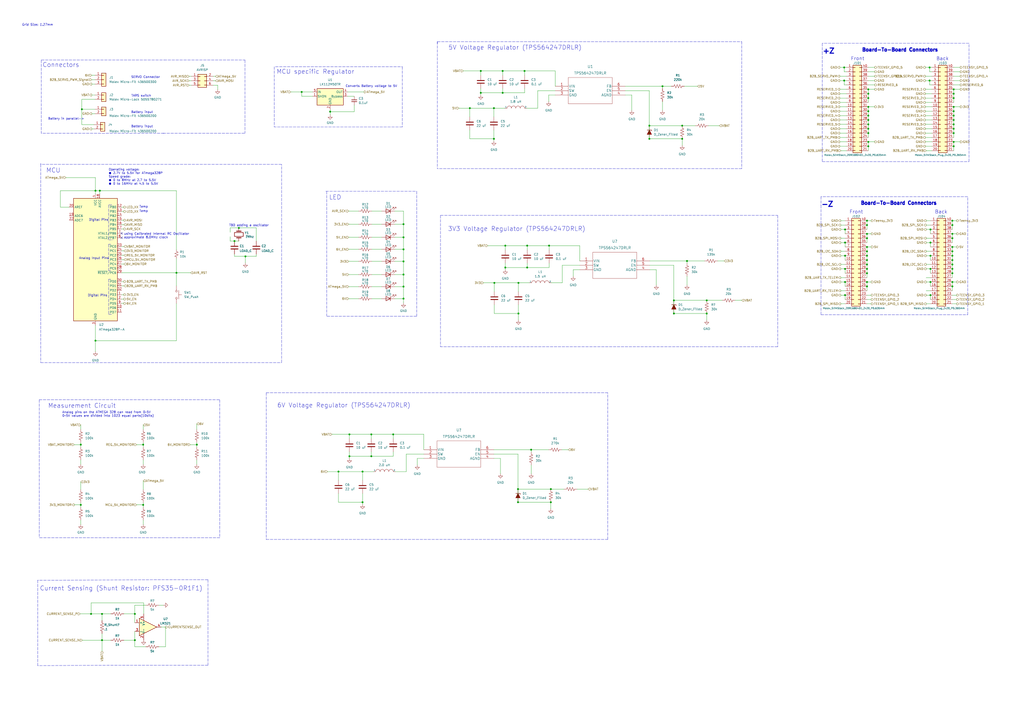
<source format=kicad_sch>
(kicad_sch (version 20211123) (generator eeschema)
  (paper "A2")
  (title_block (title "TARS MK4 Template") (rev "4.0") (company "Illinois Space Society") (comment 4 "Contributors: Peter Giannetos, Eisha Peyyeti, Danny Guller, Rishi Patel, Spencer Siegellak, David Zhang"))
  (junction (at 502.92 150.876))
  (junction (at 202.692 251.968))
  (junction (at 552.45 163.576))
  (junction (at 503.682 67.056))
  (junction (at 390.906 174.244))
  (junction (at 83.058 292.862))
  (junction (at 228.092 251.968))
  (junction (at 138.557 132.207))
  (junction (at 59.182 371.348))
  (junction (at 502.92 153.416))
  (junction (at 409.956 174.244))
  (junction (at 503.682 82.296))
  (junction (at 136.017 139.827))
  (junction (at 553.212 54.356))
  (junction (at 376.682 72.898))
  (junction (at 539.75 155.956))
  (junction (at 286.512 80.518))
  (junction (at 503.682 64.516))
  (junction (at 215.392 264.668))
  (junction (at 552.45 143.256))
  (junction (at 502.92 155.956))
  (junction (at 553.212 72.136))
  (junction (at 552.45 128.016))
  (junction (at 502.92 145.796))
  (junction (at 490.22 148.336))
  (junction (at 490.22 171.196))
  (junction (at 376.682 80.518))
  (junction (at 286.766 164.084))
  (junction (at 553.212 84.836))
  (junction (at 300.482 283.718))
  (junction (at 300.736 164.084))
  (junction (at 502.92 135.636))
  (junction (at 234.061 151.638))
  (junction (at 409.956 181.864))
  (junction (at 234.061 137.668))
  (junction (at 503.682 56.896))
  (junction (at 553.212 77.216))
  (junction (at 234.061 130.048))
  (junction (at 278.892 41.148))
  (junction (at 286.512 62.738))
  (junction (at 114.173 257.937))
  (junction (at 539.242 46.736))
  (junction (at 503.682 61.976))
  (junction (at 293.116 155.194))
  (junction (at 503.682 77.216))
  (junction (at 553.212 82.296))
  (junction (at 305.816 155.194))
  (junction (at 46.863 292.862))
  (junction (at 503.682 84.836))
  (junction (at 234.061 166.243))
  (junction (at 319.532 291.338))
  (junction (at 553.212 51.816))
  (junction (at 210.312 291.338))
  (junction (at 78.232 356.108))
  (junction (at 553.212 74.676))
  (junction (at 390.906 181.864))
  (junction (at 539.75 163.576))
  (junction (at 502.92 166.116))
  (junction (at 552.45 148.336))
  (junction (at 59.182 356.108))
  (junction (at 215.392 251.968))
  (junction (at 503.682 72.136))
  (junction (at 384.302 50.038))
  (junction (at 553.212 61.976))
  (junction (at 490.22 155.956))
  (junction (at 503.682 69.596))
  (junction (at 552.45 145.796))
  (junction (at 55.372 197.612))
  (junction (at 318.516 142.494))
  (junction (at 57.912 110.617))
  (junction (at 553.212 67.056))
  (junction (at 300.482 291.338))
  (junction (at 489.712 39.116))
  (junction (at 83.058 257.937))
  (junction (at 291.592 53.848))
  (junction (at 293.116 142.494))
  (junction (at 503.682 54.356))
  (junction (at 395.732 80.518))
  (junction (at 552.45 155.956))
  (junction (at 78.232 371.348))
  (junction (at 503.682 74.676))
  (junction (at 503.682 51.816))
  (junction (at 552.45 135.636))
  (junction (at 552.45 130.556))
  (junction (at 552.45 166.116))
  (junction (at 102.362 158.242))
  (junction (at 553.212 56.896))
  (junction (at 490.22 163.576))
  (junction (at 196.342 273.558))
  (junction (at 502.92 128.016))
  (junction (at 234.061 159.258))
  (junction (at 304.292 41.148))
  (junction (at 398.526 151.384))
  (junction (at 46.863 257.937))
  (junction (at 278.892 53.848))
  (junction (at 552.45 138.176))
  (junction (at 552.45 150.876))
  (junction (at 490.22 133.096))
  (junction (at 234.061 144.653))
  (junction (at 539.242 39.116))
  (junction (at 552.45 153.416))
  (junction (at 502.92 143.256))
  (junction (at 552.45 158.496))
  (junction (at 539.75 148.336))
  (junction (at 210.312 273.558))
  (junction (at 291.592 41.148))
  (junction (at 202.692 264.668))
  (junction (at 234.061 173.228))
  (junction (at 47.498 63.373))
  (junction (at 191.516 64.77))
  (junction (at 489.712 46.736))
  (junction (at 502.92 130.556))
  (junction (at 319.532 283.718))
  (junction (at 308.102 260.858))
  (junction (at 272.542 62.738))
  (junction (at 490.22 140.716))
  (junction (at 142.367 148.717))
  (junction (at 539.75 140.716))
  (junction (at 52.832 356.108))
  (junction (at 395.732 72.898))
  (junction (at 305.816 142.494))
  (junction (at 175.006 53.34))
  (junction (at 553.212 69.596))
  (junction (at 539.75 133.096))
  (junction (at 539.75 171.196))
  (junction (at 55.372 110.617))
  (junction (at 300.736 181.864))
  (junction (at 502.92 158.496))
  (junction (at 502.92 148.336))
  (junction (at 502.92 163.576))
  (junction (at 553.212 64.516))
  (junction (at 502.92 138.176))
  (no_connect (at 70.612 135.382))
  (no_connect (at 70.612 137.922))
  (wire (pts (xy 293.116 145.034) (xy 293.116 142.494)))
  (wire (pts (xy 280.416 164.084) (xy 286.766 164.084)))
  (wire (pts (xy 228.981 166.243) (xy 234.061 166.243)))
  (wire (pts (xy 136.017 148.717) (xy 142.367 148.717)))
  (wire (pts (xy 322.072 50.038) (xy 322.072 41.148)))
  (wire (pts (xy 110.363 257.937) (xy 114.173 257.937)))
  (wire (pts (xy 300.736 181.864) (xy 300.736 185.674)))
  (wire (pts (xy 71.882 130.302) (xy 70.612 130.302)))
  (wire (pts (xy 55.118 63.373) (xy 47.498 63.373)))
  (wire (pts (xy 53.213 65.913) (xy 55.118 65.913)))
  (wire (pts (xy 502.92 163.576) (xy 502.92 166.116)))
  (wire (pts (xy 272.542 62.738) (xy 286.512 62.738)))
  (wire (pts (xy 487.68 161.036) (xy 490.22 161.036)))
  (wire (pts (xy 202.692 264.668) (xy 202.692 265.938)))
  (wire (pts (xy 502.92 143.256) (xy 505.46 143.256)))
  (wire (pts (xy 502.92 176.276) (xy 505.46 176.276)))
  (wire (pts (xy 148.717 148.717) (xy 142.367 148.717)))
  (wire (pts (xy 553.212 49.276) (xy 557.022 49.276)))
  (wire (pts (xy 228.981 122.428) (xy 234.061 122.428)))
  (wire (pts (xy 539.75 171.196) (xy 539.75 173.736)))
  (wire (pts (xy 53.213 43.688) (xy 55.118 43.688)))
  (wire (pts (xy 537.21 161.036) (xy 539.75 161.036)))
  (wire (pts (xy 304.292 51.308) (xy 304.292 53.848)))
  (wire (pts (xy 83.058 291.592) (xy 83.058 292.862)))
  (wire (pts (xy 215.646 137.668) (xy 221.361 137.668)))
  (wire (pts (xy 215.646 144.653) (xy 221.361 144.653)))
  (wire (pts (xy 539.75 163.576) (xy 539.75 166.116)))
  (wire (pts (xy 293.116 155.194) (xy 305.816 155.194)))
  (polyline (pts (xy 477.012 25.146) (xy 477.012 30.226)))
  (wire (pts (xy 490.22 133.096) (xy 490.22 135.636)))
  (wire (pts (xy 71.882 356.108) (xy 78.232 356.108)))
  (wire (pts (xy 300.482 291.338) (xy 319.532 291.338)))
  (wire (pts (xy 536.702 79.756) (xy 540.512 79.756)))
  (wire (pts (xy 245.872 251.968) (xy 228.092 251.968)))
  (wire (pts (xy 376.936 153.924) (xy 390.906 153.924)))
  (wire (pts (xy 123.698 44.323) (xy 124.968 44.323)))
  (wire (pts (xy 70.612 153.162) (xy 71.882 153.162)))
  (wire (pts (xy 490.22 163.576) (xy 490.22 166.116)))
  (wire (pts (xy 102.362 176.022) (xy 102.362 197.612)))
  (wire (pts (xy 234.061 144.653) (xy 234.061 137.668)))
  (wire (pts (xy 537.21 133.096) (xy 539.75 133.096)))
  (polyline (pts (xy 561.34 182.626) (xy 561.34 114.046)))
  (wire (pts (xy 71.882 132.842) (xy 70.612 132.842)))
  (polyline (pts (xy 154.432 312.928) (xy 352.552 312.928)))
  (polyline (pts (xy 120.65 385.826) (xy 21.844 386.08)))
  (wire (pts (xy 552.45 163.576) (xy 554.99 163.576)))
  (wire (pts (xy 326.136 164.084) (xy 326.136 153.924)))
  (wire (pts (xy 395.732 72.898) (xy 403.352 72.898)))
  (polyline (pts (xy 62.992 162.052) (xy 62.992 182.372)))
  (wire (pts (xy 46.863 301.752) (xy 46.863 304.292)))
  (wire (pts (xy 537.21 168.656) (xy 539.75 168.656)))
  (wire (pts (xy 59.182 371.348) (xy 64.262 371.348)))
  (wire (pts (xy 487.68 138.176) (xy 490.22 138.176)))
  (wire (pts (xy 291.592 53.848) (xy 304.292 53.848)))
  (wire (pts (xy 78.232 351.028) (xy 84.582 351.028)))
  (polyline (pts (xy 253.746 24.13) (xy 430.276 24.13)))
  (polyline (pts (xy 64.262 162.052) (xy 62.992 162.052)))
  (wire (pts (xy 55.372 197.612) (xy 102.362 197.612)))
  (wire (pts (xy 366.522 64.008) (xy 366.522 55.118)))
  (polyline (pts (xy 233.426 38.735) (xy 233.426 73.66)))
  (wire (pts (xy 390.906 181.864) (xy 409.956 181.864)))
  (wire (pts (xy 286.766 164.084) (xy 300.736 164.084)))
  (wire (pts (xy 138.557 132.207) (xy 133.477 132.207)))
  (wire (pts (xy 290.322 265.938) (xy 286.512 265.938)))
  (wire (pts (xy 196.342 291.338) (xy 210.312 291.338)))
  (wire (pts (xy 489.712 49.276) (xy 489.712 46.736)))
  (wire (pts (xy 83.312 349.758) (xy 52.832 349.758)))
  (wire (pts (xy 487.68 145.796) (xy 490.22 145.796)))
  (wire (pts (xy 210.312 291.338) (xy 210.312 292.608)))
  (wire (pts (xy 215.646 166.243) (xy 221.361 166.243)))
  (wire (pts (xy 201.676 55.88) (xy 205.486 55.88)))
  (wire (pts (xy 92.202 351.028) (xy 94.742 351.028)))
  (wire (pts (xy 83.058 246.507) (xy 83.058 249.047)))
  (wire (pts (xy 502.92 145.796) (xy 502.92 148.336)))
  (wire (pts (xy 537.21 153.416) (xy 539.75 153.416)))
  (wire (pts (xy 552.45 145.796) (xy 552.45 148.336)))
  (wire (pts (xy 124.968 46.863) (xy 123.698 46.863)))
  (wire (pts (xy 102.362 158.242) (xy 102.362 165.862)))
  (wire (pts (xy 148.717 147.447) (xy 148.717 148.717)))
  (wire (pts (xy 503.682 72.136) (xy 503.682 69.596)))
  (wire (pts (xy 552.45 128.016) (xy 552.45 130.556)))
  (wire (pts (xy 55.118 57.658) (xy 47.498 57.658)))
  (wire (pts (xy 46.482 356.108) (xy 52.832 356.108)))
  (wire (pts (xy 536.702 46.736) (xy 539.242 46.736)))
  (wire (pts (xy 205.486 60.96) (xy 205.486 64.77)))
  (wire (pts (xy 318.262 55.118) (xy 322.072 55.118)))
  (polyline (pts (xy 94.488 77.343) (xy 142.113 77.343)))
  (wire (pts (xy 102.362 110.617) (xy 57.912 110.617)))
  (wire (pts (xy 79.248 292.862) (xy 83.058 292.862)))
  (wire (pts (xy 537.21 171.196) (xy 539.75 171.196)))
  (wire (pts (xy 553.212 67.056) (xy 553.212 64.516)))
  (polyline (pts (xy 241.681 110.998) (xy 241.681 183.388)))
  (wire (pts (xy 487.172 56.896) (xy 490.982 56.896)))
  (wire (pts (xy 537.21 138.176) (xy 539.75 138.176)))
  (wire (pts (xy 196.342 278.638) (xy 196.342 273.558)))
  (wire (pts (xy 503.682 41.656) (xy 507.492 41.656)))
  (wire (pts (xy 114.173 245.872) (xy 114.173 249.047)))
  (wire (pts (xy 46.863 257.937) (xy 46.863 259.207)))
  (wire (pts (xy 502.92 128.016) (xy 505.46 128.016)))
  (wire (pts (xy 300.736 164.084) (xy 307.086 164.084)))
  (wire (pts (xy 502.92 155.956) (xy 502.92 158.496)))
  (wire (pts (xy 300.482 263.398) (xy 300.482 283.718)))
  (wire (pts (xy 487.68 133.096) (xy 490.22 133.096)))
  (polyline (pts (xy 476.25 119.126) (xy 476.25 182.626)))
  (wire (pts (xy 71.882 173.482) (xy 70.612 173.482)))
  (wire (pts (xy 272.542 75.438) (xy 272.542 80.518)))
  (wire (pts (xy 376.936 151.384) (xy 398.526 151.384)))
  (wire (pts (xy 47.498 57.658) (xy 47.498 63.373)))
  (wire (pts (xy 487.172 39.116) (xy 489.712 39.116)))
  (wire (pts (xy 366.522 55.118) (xy 362.712 55.118)))
  (wire (pts (xy 553.212 51.816) (xy 557.022 51.816)))
  (wire (pts (xy 202.311 166.243) (xy 208.026 166.243)))
  (wire (pts (xy 553.212 74.676) (xy 553.212 77.216)))
  (polyline (pts (xy 62.992 182.372) (xy 64.897 182.372)))
  (polyline (pts (xy 476.25 114.046) (xy 476.25 119.126)))
  (polyline (pts (xy 562.102 25.146) (xy 477.012 25.146)))
  (wire (pts (xy 201.676 53.34) (xy 211.201 53.34)))
  (wire (pts (xy 503.682 56.896) (xy 503.682 54.356)))
  (wire (pts (xy 71.882 145.542) (xy 70.612 145.542)))
  (polyline (pts (xy 64.897 118.872) (xy 62.992 118.872)))
  (polyline (pts (xy 62.992 141.732) (xy 62.992 156.972)))
  (wire (pts (xy 52.832 349.758) (xy 52.832 356.108)))
  (wire (pts (xy 202.311 173.228) (xy 208.026 173.228)))
  (wire (pts (xy 376.682 80.518) (xy 395.732 80.518)))
  (wire (pts (xy 503.682 44.196) (xy 507.492 44.196)))
  (polyline (pts (xy 562.102 93.726) (xy 562.102 25.146)))
  (wire (pts (xy 202.311 130.048) (xy 208.026 130.048)))
  (wire (pts (xy 536.702 64.516) (xy 540.512 64.516)))
  (wire (pts (xy 487.172 84.836) (xy 490.982 84.836)))
  (wire (pts (xy 109.728 46.863) (xy 110.998 46.863)))
  (wire (pts (xy 502.92 158.496) (xy 502.92 161.036)))
  (wire (pts (xy 43.053 257.937) (xy 46.863 257.937)))
  (wire (pts (xy 96.012 375.158) (xy 92.202 375.158)))
  (wire (pts (xy 196.342 286.258) (xy 196.342 291.338)))
  (wire (pts (xy 502.92 173.736) (xy 505.46 173.736)))
  (polyline (pts (xy 561.34 114.046) (xy 476.25 114.046)))
  (wire (pts (xy 215.646 151.638) (xy 221.361 151.638)))
  (wire (pts (xy 202.692 251.968) (xy 215.392 251.968)))
  (wire (pts (xy 490.22 148.336) (xy 490.22 150.876)))
  (wire (pts (xy 536.702 44.196) (xy 540.512 44.196)))
  (wire (pts (xy 136.017 139.827) (xy 138.557 139.827)))
  (polyline (pts (xy 255.524 124.968) (xy 451.104 124.968)))
  (wire (pts (xy 553.212 72.136) (xy 553.212 74.676)))
  (wire (pts (xy 286.512 80.518) (xy 286.512 81.788)))
  (wire (pts (xy 138.557 132.207) (xy 148.717 132.207)))
  (wire (pts (xy 46.863 266.827) (xy 46.863 269.367)))
  (wire (pts (xy 47.498 63.373) (xy 47.498 72.263)))
  (wire (pts (xy 552.45 135.636) (xy 552.45 138.176)))
  (wire (pts (xy 71.882 170.942) (xy 70.612 170.942)))
  (wire (pts (xy 539.75 155.956) (xy 539.75 158.496)))
  (wire (pts (xy 202.311 151.638) (xy 208.026 151.638)))
  (wire (pts (xy 53.213 74.803) (xy 54.483 74.803)))
  (wire (pts (xy 245.872 260.858) (xy 245.872 251.968)))
  (wire (pts (xy 536.702 77.216) (xy 540.512 77.216)))
  (wire (pts (xy 553.212 51.816) (xy 553.212 54.356)))
  (wire (pts (xy 319.786 164.084) (xy 326.136 164.084)))
  (wire (pts (xy 490.22 171.196) (xy 490.22 173.736)))
  (wire (pts (xy 503.682 82.296) (xy 507.492 82.296)))
  (polyline (pts (xy 253.746 24.13) (xy 253.746 97.79)))
  (wire (pts (xy 390.906 174.244) (xy 409.956 174.244)))
  (wire (pts (xy 168.656 53.34) (xy 175.006 53.34)))
  (wire (pts (xy 70.612 163.322) (xy 71.882 163.322)))
  (wire (pts (xy 503.682 39.116) (xy 507.492 39.116)))
  (wire (pts (xy 78.232 356.108) (xy 78.232 351.028)))
  (wire (pts (xy 234.061 159.258) (xy 234.061 151.638)))
  (wire (pts (xy 242.062 265.938) (xy 245.872 265.938)))
  (wire (pts (xy 503.682 72.136) (xy 503.682 74.676)))
  (wire (pts (xy 537.21 130.556) (xy 539.75 130.556)))
  (wire (pts (xy 503.682 51.816) (xy 503.682 54.356)))
  (wire (pts (xy 133.477 137.287) (xy 133.477 139.827)))
  (wire (pts (xy 278.892 43.688) (xy 278.892 41.148)))
  (polyline (pts (xy 352.552 312.928) (xy 352.552 227.838)))
  (wire (pts (xy 133.477 132.207) (xy 133.477 134.747)))
  (wire (pts (xy 487.68 168.656) (xy 490.22 168.656)))
  (polyline (pts (xy 188.976 110.998) (xy 241.681 110.998)))
  (wire (pts (xy 133.477 139.827) (xy 136.017 139.827)))
  (wire (pts (xy 55.372 110.617) (xy 55.372 112.522)))
  (wire (pts (xy 291.592 41.148) (xy 291.592 43.688)))
  (wire (pts (xy 487.68 176.276) (xy 490.22 176.276)))
  (wire (pts (xy 487.172 51.816) (xy 490.982 51.816)))
  (wire (pts (xy 502.92 153.416) (xy 502.92 155.956)))
  (wire (pts (xy 536.702 69.596) (xy 540.512 69.596)))
  (wire (pts (xy 489.712 46.736) (xy 490.982 46.736)))
  (wire (pts (xy 35.052 120.142) (xy 35.052 110.617)))
  (wire (pts (xy 536.702 72.136) (xy 540.512 72.136)))
  (wire (pts (xy 46.863 279.527) (xy 46.863 283.972)))
  (wire (pts (xy 539.242 39.116) (xy 539.242 41.656)))
  (wire (pts (xy 228.981 137.668) (xy 234.061 137.668)))
  (wire (pts (xy 305.816 142.494) (xy 318.516 142.494)))
  (wire (pts (xy 83.058 257.937) (xy 83.058 259.207)))
  (wire (pts (xy 536.702 61.976) (xy 540.512 61.976)))
  (wire (pts (xy 318.516 152.654) (xy 318.516 155.194)))
  (wire (pts (xy 540.512 49.276) (xy 539.242 49.276)))
  (wire (pts (xy 502.92 128.016) (xy 502.92 130.556)))
  (polyline (pts (xy 21.844 336.55) (xy 21.844 386.08)))
  (wire (pts (xy 318.262 58.928) (xy 318.262 55.118)))
  (wire (pts (xy 278.892 53.848) (xy 278.892 55.118)))
  (wire (pts (xy 536.702 82.296) (xy 540.512 82.296)))
  (wire (pts (xy 71.882 176.022) (xy 70.612 176.022)))
  (wire (pts (xy 136.017 147.447) (xy 136.017 148.717)))
  (wire (pts (xy 552.45 135.636) (xy 554.99 135.636)))
  (wire (pts (xy 202.692 254.508) (xy 202.692 251.968)))
  (wire (pts (xy 487.172 79.756) (xy 490.982 79.756)))
  (wire (pts (xy 487.68 140.716) (xy 490.22 140.716)))
  (polyline (pts (xy 253.746 24.13) (xy 253.746 25.4)))
  (wire (pts (xy 228.981 173.228) (xy 234.061 173.228)))
  (wire (pts (xy 53.213 46.228) (xy 55.118 46.228)))
  (wire (pts (xy 114.173 257.937) (xy 114.173 259.207)))
  (wire (pts (xy 305.816 155.194) (xy 318.516 155.194)))
  (wire (pts (xy 537.337 87.376) (xy 540.512 87.376)))
  (wire (pts (xy 228.092 262.128) (xy 228.092 264.668)))
  (wire (pts (xy 202.311 137.668) (xy 208.026 137.668)))
  (wire (pts (xy 278.892 51.308) (xy 278.892 53.848)))
  (wire (pts (xy 502.92 166.116) (xy 502.92 168.656)))
  (wire (pts (xy 191.516 64.77) (xy 191.516 66.675)))
  (wire (pts (xy 384.302 58.928) (xy 384.302 64.008)))
  (wire (pts (xy 553.212 82.296) (xy 557.022 82.296)))
  (wire (pts (xy 71.882 148.082) (xy 70.612 148.082)))
  (wire (pts (xy 489.712 41.656) (xy 490.982 41.656)))
  (wire (pts (xy 552.45 173.736) (xy 554.99 173.736)))
  (wire (pts (xy 78.232 356.108) (xy 78.232 361.188)))
  (wire (pts (xy 308.102 269.748) (xy 308.102 274.828)))
  (wire (pts (xy 536.702 84.836) (xy 540.512 84.836)))
  (wire (pts (xy 291.592 41.148) (xy 304.292 41.148)))
  (wire (pts (xy 55.372 197.612) (xy 55.372 203.962)))
  (wire (pts (xy 362.712 52.578) (xy 376.682 52.578)))
  (wire (pts (xy 398.526 151.384) (xy 398.526 152.654)))
  (wire (pts (xy 319.532 291.338) (xy 319.532 295.148)))
  (wire (pts (xy 398.526 151.384) (xy 408.686 151.384)))
  (wire (pts (xy 487.68 171.196) (xy 490.22 171.196)))
  (wire (pts (xy 490.982 49.276) (xy 489.712 49.276)))
  (wire (pts (xy 109.728 44.323) (xy 110.998 44.323)))
  (wire (pts (xy 536.702 54.356) (xy 540.512 54.356)))
  (wire (pts (xy 272.542 80.518) (xy 286.512 80.518)))
  (wire (pts (xy 502.92 148.336) (xy 502.92 150.876)))
  (wire (pts (xy 395.732 80.518) (xy 395.732 84.328)))
  (wire (pts (xy 487.172 54.356) (xy 490.982 54.356)))
  (polyline (pts (xy 159.131 38.735) (xy 159.131 73.66)))
  (wire (pts (xy 59.182 371.348) (xy 59.182 377.698)))
  (wire (pts (xy 553.212 39.116) (xy 557.022 39.116)))
  (wire (pts (xy 38.227 102.997) (xy 55.372 102.997)))
  (wire (pts (xy 286.512 75.438) (xy 286.512 80.518)))
  (wire (pts (xy 539.75 148.336) (xy 539.75 150.876)))
  (wire (pts (xy 502.92 135.636) (xy 505.46 135.636)))
  (polyline (pts (xy 24.003 34.798) (xy 95.123 34.798)))
  (wire (pts (xy 487.172 61.976) (xy 490.982 61.976)))
  (wire (pts (xy 83.312 356.108) (xy 83.312 349.758)))
  (wire (pts (xy 205.486 64.77) (xy 191.516 64.77)))
  (wire (pts (xy 334.772 283.718) (xy 341.122 283.718)))
  (wire (pts (xy 93.472 363.728) (xy 96.012 363.728)))
  (wire (pts (xy 242.062 269.748) (xy 242.062 265.938)))
  (wire (pts (xy 553.212 59.436) (xy 553.212 56.896)))
  (wire (pts (xy 235.712 273.558) (xy 235.712 263.398)))
  (wire (pts (xy 192.532 251.968) (xy 202.692 251.968)))
  (wire (pts (xy 539.242 41.656) (xy 540.512 41.656)))
  (wire (pts (xy 552.45 128.016) (xy 554.99 128.016)))
  (polyline (pts (xy 233.426 73.66) (xy 159.131 73.66)))
  (wire (pts (xy 553.212 69.596) (xy 553.212 67.056)))
  (wire (pts (xy 228.092 254.508) (xy 228.092 251.968)))
  (polyline (pts (xy 476.25 182.626) (xy 561.34 182.626)))
  (wire (pts (xy 553.212 72.136) (xy 553.212 69.596)))
  (wire (pts (xy 336.296 142.494) (xy 318.516 142.494)))
  (wire (pts (xy 537.21 163.576) (xy 539.75 163.576)))
  (polyline (pts (xy 127.508 231.902) (xy 127.508 311.912)))
  (wire (pts (xy 487.172 59.436) (xy 490.982 59.436)))
  (wire (pts (xy 537.21 176.276) (xy 539.75 176.276)))
  (wire (pts (xy 552.45 171.196) (xy 554.99 171.196)))
  (wire (pts (xy 53.213 48.768) (xy 55.118 48.768)))
  (polyline (pts (xy 23.622 210.312) (xy 163.322 210.312)))
  (wire (pts (xy 487.172 46.736) (xy 489.712 46.736)))
  (wire (pts (xy 234.061 151.638) (xy 234.061 144.653)))
  (wire (pts (xy 416.306 151.384) (xy 420.116 151.384)))
  (wire (pts (xy 539.242 39.116) (xy 540.512 39.116)))
  (wire (pts (xy 71.882 127.762) (xy 70.612 127.762)))
  (wire (pts (xy 83.058 292.862) (xy 83.058 294.132)))
  (wire (pts (xy 409.956 174.244) (xy 418.846 174.244)))
  (wire (pts (xy 282.956 142.494) (xy 293.116 142.494)))
  (wire (pts (xy 228.981 159.258) (xy 234.061 159.258)))
  (wire (pts (xy 502.92 163.576) (xy 505.46 163.576)))
  (wire (pts (xy 35.052 110.617) (xy 55.372 110.617)))
  (wire (pts (xy 78.232 371.348) (xy 78.232 366.268)))
  (wire (pts (xy 487.68 153.416) (xy 490.22 153.416)))
  (wire (pts (xy 502.92 171.196) (xy 505.46 171.196)))
  (wire (pts (xy 332.486 160.274) (xy 332.486 156.464)))
  (wire (pts (xy 202.311 144.653) (xy 208.026 144.653)))
  (polyline (pts (xy 23.622 95.377) (xy 23.622 210.312)))
  (wire (pts (xy 215.646 130.048) (xy 221.361 130.048)))
  (wire (pts (xy 286.766 169.164) (xy 286.766 164.084)))
  (wire (pts (xy 553.212 61.976) (xy 557.022 61.976)))
  (wire (pts (xy 96.012 363.728) (xy 96.012 375.158)))
  (wire (pts (xy 539.242 49.276) (xy 539.242 46.736)))
  (wire (pts (xy 539.75 140.716) (xy 539.75 143.256)))
  (wire (pts (xy 215.646 122.428) (xy 221.361 122.428)))
  (wire (pts (xy 181.356 55.88) (xy 175.006 55.88)))
  (wire (pts (xy 286.512 67.818) (xy 286.512 62.738)))
  (wire (pts (xy 53.213 55.118) (xy 55.118 55.118)))
  (polyline (pts (xy 159.766 38.735) (xy 233.426 38.735)))
  (wire (pts (xy 126.238 49.403) (xy 126.238 51.943)))
  (polyline (pts (xy 127.508 311.912) (xy 22.733 311.912)))
  (wire (pts (xy 40.132 120.142) (xy 35.052 120.142)))
  (wire (pts (xy 71.882 143.002) (xy 70.612 143.002)))
  (wire (pts (xy 502.92 130.556) (xy 502.92 133.096)))
  (polyline (pts (xy 430.276 24.13) (xy 430.276 97.79)))
  (wire (pts (xy 318.516 145.034) (xy 318.516 142.494)))
  (wire (pts (xy 57.912 110.617) (xy 57.912 112.522)))
  (wire (pts (xy 397.002 50.038) (xy 404.622 50.038)))
  (wire (pts (xy 489.712 39.116) (xy 490.982 39.116)))
  (wire (pts (xy 102.362 149.987) (xy 102.362 158.242)))
  (wire (pts (xy 83.058 256.667) (xy 83.058 257.937)))
  (polyline (pts (xy 62.992 118.872) (xy 62.992 139.192)))
  (wire (pts (xy 202.311 159.258) (xy 208.026 159.258)))
  (wire (pts (xy 175.006 53.34) (xy 181.356 53.34)))
  (wire (pts (xy 503.682 64.516) (xy 503.682 61.976)))
  (polyline (pts (xy 154.432 227.838) (xy 154.432 312.928)))
  (wire (pts (xy 362.712 50.038) (xy 384.302 50.038)))
  (wire (pts (xy 487.172 77.216) (xy 490.982 77.216)))
  (wire (pts (xy 503.682 61.976) (xy 507.492 61.976)))
  (wire (pts (xy 487.172 67.056) (xy 490.982 67.056)))
  (wire (pts (xy 215.392 251.968) (xy 228.092 251.968)))
  (wire (pts (xy 384.302 50.038) (xy 384.302 51.308)))
  (wire (pts (xy 278.892 41.148) (xy 291.592 41.148)))
  (wire (pts (xy 290.322 274.828) (xy 290.322 265.938)))
  (wire (pts (xy 286.766 181.864) (xy 300.736 181.864)))
  (wire (pts (xy 390.906 174.244) (xy 390.906 181.864)))
  (wire (pts (xy 487.172 44.196) (xy 490.982 44.196)))
  (wire (pts (xy 503.682 49.276) (xy 507.492 49.276)))
  (wire (pts (xy 536.702 59.436) (xy 540.512 59.436)))
  (wire (pts (xy 553.212 56.896) (xy 553.212 54.356)))
  (wire (pts (xy 553.212 64.516) (xy 553.212 61.976)))
  (wire (pts (xy 539.75 133.096) (xy 539.75 135.636)))
  (wire (pts (xy 266.192 62.738) (xy 272.542 62.738)))
  (wire (pts (xy 123.698 49.403) (xy 126.238 49.403)))
  (wire (pts (xy 380.746 156.464) (xy 376.936 156.464)))
  (wire (pts (xy 234.061 166.243) (xy 234.061 159.258)))
  (wire (pts (xy 487.68 128.016) (xy 490.22 128.016)))
  (polyline (pts (xy 22.733 231.902) (xy 22.733 311.912)))
  (wire (pts (xy 487.172 64.516) (xy 490.982 64.516)))
  (wire (pts (xy 552.45 148.336) (xy 552.45 150.876)))
  (polyline (pts (xy 451.104 201.168) (xy 255.524 201.168)))
  (wire (pts (xy 83.058 266.827) (xy 83.058 269.367)))
  (polyline (pts (xy 163.322 95.377) (xy 23.622 95.377)))
  (wire (pts (xy 553.212 84.836) (xy 553.212 87.376)))
  (wire (pts (xy 191.516 63.5) (xy 191.516 64.77)))
  (wire (pts (xy 286.512 62.738) (xy 292.862 62.738)))
  (wire (pts (xy 503.682 59.436) (xy 503.682 56.896)))
  (wire (pts (xy 398.526 160.274) (xy 398.526 165.354)))
  (wire (pts (xy 47.752 371.348) (xy 59.182 371.348)))
  (wire (pts (xy 502.92 150.876) (xy 502.92 153.416)))
  (wire (pts (xy 83.058 301.752) (xy 83.058 304.292)))
  (polyline (pts (xy 23.622 94.742) (xy 23.622 95.377)))
  (wire (pts (xy 268.732 41.148) (xy 278.892 41.148)))
  (wire (pts (xy 305.816 152.654) (xy 305.816 155.194)))
  (wire (pts (xy 553.212 82.296) (xy 553.212 84.836)))
  (wire (pts (xy 148.717 132.207) (xy 148.717 139.827)))
  (wire (pts (xy 426.466 174.244) (xy 430.276 174.244)))
  (wire (pts (xy 536.702 51.816) (xy 540.512 51.816)))
  (wire (pts (xy 109.728 49.403) (xy 110.998 49.403)))
  (wire (pts (xy 536.702 74.676) (xy 540.512 74.676)))
  (wire (pts (xy 59.182 367.538) (xy 59.182 371.348)))
  (wire (pts (xy 536.702 39.116) (xy 539.242 39.116)))
  (polyline (pts (xy 477.012 30.226) (xy 477.012 93.726)))
  (wire (pts (xy 502.92 143.256) (xy 502.92 145.796)))
  (wire (pts (xy 376.682 72.898) (xy 376.682 80.518)))
  (wire (pts (xy 234.061 175.768) (xy 234.061 173.228)))
  (wire (pts (xy 539.242 46.736) (xy 540.512 46.736)))
  (wire (pts (xy 300.482 283.718) (xy 319.532 283.718)))
  (wire (pts (xy 142.367 148.717) (xy 142.367 152.527)))
  (wire (pts (xy 503.682 69.596) (xy 503.682 67.056)))
  (wire (pts (xy 70.612 158.242) (xy 102.362 158.242)))
  (wire (pts (xy 235.712 263.398) (xy 245.872 263.398)))
  (wire (pts (xy 78.232 371.348) (xy 78.232 375.158)))
  (wire (pts (xy 487.172 69.596) (xy 490.982 69.596)))
  (wire (pts (xy 215.392 262.128) (xy 215.392 264.668)))
  (wire (pts (xy 300.736 176.784) (xy 300.736 181.864)))
  (wire (pts (xy 384.302 50.038) (xy 389.382 50.038)))
  (polyline (pts (xy 189.611 110.998) (xy 189.611 183.388)))
  (wire (pts (xy 286.766 176.784) (xy 286.766 181.864)))
  (wire (pts (xy 552.45 163.576) (xy 552.45 166.116)))
  (wire (pts (xy 487.807 87.376) (xy 490.982 87.376)))
  (polyline (pts (xy 120.65 336.296) (xy 120.65 385.826)))
  (wire (pts (xy 376.682 72.898) (xy 395.732 72.898)))
  (wire (pts (xy 490.22 140.716) (xy 490.22 143.256)))
  (polyline (pts (xy 22.733 231.902) (xy 127.508 231.902)))
  (polyline (pts (xy 62.992 139.192) (xy 65.532 139.192)))
  (polyline (pts (xy 255.524 124.968) (xy 255.524 201.168)))
  (wire (pts (xy 487.172 82.296) (xy 490.982 82.296)))
  (wire (pts (xy 503.682 46.736) (xy 507.492 46.736)))
  (wire (pts (xy 43.053 292.862) (xy 46.863 292.862)))
  (wire (pts (xy 552.45 158.496) (xy 552.45 161.036)))
  (wire (pts (xy 228.981 144.653) (xy 234.061 144.653)))
  (wire (pts (xy 487.68 148.336) (xy 490.22 148.336)))
  (wire (pts (xy 503.682 79.756) (xy 503.682 77.216)))
  (wire (pts (xy 552.45 176.276) (xy 554.99 176.276)))
  (polyline (pts (xy 95.123 34.798) (xy 142.113 34.798)))
  (wire (pts (xy 300.736 169.164) (xy 300.736 164.084)))
  (wire (pts (xy 311.912 52.578) (xy 322.072 52.578)))
  (polyline (pts (xy 154.432 227.838) (xy 352.552 227.838)))
  (wire (pts (xy 71.882 371.348) (xy 78.232 371.348)))
  (polyline (pts (xy 64.262 141.732) (xy 62.992 141.732)))
  (wire (pts (xy 46.863 256.667) (xy 46.863 257.937)))
  (wire (pts (xy 286.512 260.858) (xy 308.102 260.858)))
  (polyline (pts (xy 142.113 34.798) (xy 142.113 77.343)))
  (wire (pts (xy 278.892 53.848) (xy 291.592 53.848)))
  (wire (pts (xy 59.182 356.108) (xy 59.182 359.918)))
  (wire (pts (xy 376.682 52.578) (xy 376.682 72.898)))
  (wire (pts (xy 308.102 260.858) (xy 318.262 260.858)))
  (wire (pts (xy 46.863 291.592) (xy 46.863 292.862)))
  (wire (pts (xy 46.863 246.507) (xy 46.863 249.047)))
  (wire (pts (xy 490.22 155.956) (xy 490.22 158.496)))
  (wire (pts (xy 52.832 356.108) (xy 59.182 356.108)))
  (wire (pts (xy 552.45 150.876) (xy 552.45 153.416)))
  (wire (pts (xy 215.646 159.258) (xy 221.361 159.258)))
  (polyline (pts (xy 241.681 183.388) (xy 189.611 183.388)))
  (wire (pts (xy 102.362 158.242) (xy 110.617 158.242)))
  (wire (pts (xy 55.372 188.722) (xy 55.372 197.612)))
  (wire (pts (xy 552.45 166.116) (xy 552.45 168.656)))
  (wire (pts (xy 304.292 43.688) (xy 304.292 41.148)))
  (wire (pts (xy 319.532 283.718) (xy 327.152 283.718)))
  (wire (pts (xy 202.311 122.428) (xy 208.026 122.428)))
  (wire (pts (xy 503.682 82.296) (xy 503.682 84.836)))
  (wire (pts (xy 503.682 84.836) (xy 503.682 87.376)))
  (wire (pts (xy 234.061 130.048) (xy 234.061 122.428)))
  (wire (pts (xy 502.92 138.176) (xy 502.92 140.716)))
  (wire (pts (xy 410.972 72.898) (xy 417.322 72.898)))
  (wire (pts (xy 79.248 257.937) (xy 83.058 257.937)))
  (wire (pts (xy 487.68 130.556) (xy 490.22 130.556)))
  (wire (pts (xy 537.21 128.016) (xy 539.75 128.016)))
  (wire (pts (xy 229.362 273.558) (xy 235.712 273.558)))
  (wire (pts (xy 228.981 130.048) (xy 234.061 130.048)))
  (wire (pts (xy 536.702 56.896) (xy 540.512 56.896)))
  (wire (pts (xy 55.372 102.997) (xy 55.372 110.617)))
  (wire (pts (xy 537.21 155.956) (xy 539.75 155.956)))
  (wire (pts (xy 175.006 55.88) (xy 175.006 53.34)))
  (wire (pts (xy 503.682 67.056) (xy 503.682 64.516)))
  (wire (pts (xy 70.612 165.862) (xy 71.882 165.862)))
  (wire (pts (xy 537.21 148.336) (xy 539.75 148.336)))
  (wire (pts (xy 114.173 256.667) (xy 114.173 257.937)))
  (polyline (pts (xy 24.003 34.798) (xy 24.003 77.343)))
  (wire (pts (xy 46.863 292.862) (xy 46.863 294.132)))
  (wire (pts (xy 487.68 163.576) (xy 490.22 163.576)))
  (polyline (pts (xy 95.123 77.343) (xy 24.003 77.343)))
  (wire (pts (xy 71.882 150.622) (xy 70.612 150.622)))
  (wire (pts (xy 293.116 155.194) (xy 293.116 156.464)))
  (wire (pts (xy 552.45 155.956) (xy 552.45 158.496)))
  (wire (pts (xy 83.058 278.892) (xy 83.058 283.972)))
  (wire (pts (xy 215.392 264.668) (xy 228.092 264.668)))
  (wire (pts (xy 409.956 181.864) (xy 409.956 185.674)))
  (wire (pts (xy 293.116 152.654) (xy 293.116 155.194)))
  (wire (pts (xy 305.562 62.738) (xy 311.912 62.738)))
  (wire (pts (xy 552.45 143.256) (xy 552.45 145.796)))
  (polyline (pts (xy 477.012 93.726) (xy 562.102 93.726)))
  (wire (pts (xy 47.498 72.263) (xy 54.483 72.263)))
  (wire (pts (xy 326.136 153.924) (xy 336.296 153.924)))
  (wire (pts (xy 537.21 140.716) (xy 539.75 140.716)))
  (wire (pts (xy 552.45 130.556) (xy 552.45 133.096)))
  (wire (pts (xy 553.212 79.756) (xy 553.212 77.216)))
  (wire (pts (xy 325.882 260.858) (xy 329.692 260.858)))
  (wire (pts (xy 487.172 72.136) (xy 490.982 72.136)))
  (wire (pts (xy 228.981 151.638) (xy 234.061 151.638)))
  (wire (pts (xy 311.912 62.738) (xy 311.912 52.578)))
  (wire (pts (xy 552.45 143.256) (xy 554.99 143.256)))
  (wire (pts (xy 332.486 156.464) (xy 336.296 156.464)))
  (wire (pts (xy 487.68 155.956) (xy 490.22 155.956)))
  (wire (pts (xy 552.45 153.416) (xy 552.45 155.956)))
  (wire (pts (xy 291.592 51.308) (xy 291.592 53.848)))
  (wire (pts (xy 536.702 67.056) (xy 540.512 67.056)))
  (wire (pts (xy 487.172 74.676) (xy 490.982 74.676)))
  (wire (pts (xy 336.296 151.384) (xy 336.296 142.494)))
  (wire (pts (xy 114.173 266.827) (xy 114.173 269.367)))
  (polyline (pts (xy 430.276 97.79) (xy 253.746 97.79)))
  (wire (pts (xy 215.392 251.968) (xy 215.392 254.508)))
  (wire (pts (xy 552.45 138.176) (xy 552.45 140.716)))
  (polyline (pts (xy 451.104 124.968) (xy 451.104 201.168)))
  (wire (pts (xy 308.102 260.858) (xy 308.102 262.128)))
  (wire (pts (xy 234.061 137.668) (xy 234.061 130.048)))
  (wire (pts (xy 196.342 273.558) (xy 210.312 273.558)))
  (wire (pts (xy 210.312 273.558) (xy 216.662 273.558)))
  (wire (pts (xy 380.746 165.354) (xy 380.746 156.464)))
  (wire (pts (xy 390.906 153.924) (xy 390.906 174.244)))
  (wire (pts (xy 78.232 375.158) (xy 84.582 375.158)))
  (wire (pts (xy 210.312 278.638) (xy 210.312 273.558)))
  (wire (pts (xy 210.312 286.258) (xy 210.312 291.338)))
  (wire (pts (xy 71.882 122.682) (xy 70.612 122.682)))
  (wire (pts (xy 293.116 142.494) (xy 305.816 142.494)))
  (wire (pts (xy 300.482 283.718) (xy 300.482 291.338)))
  (wire (pts (xy 189.992 273.558) (xy 196.342 273.558)))
  (wire (pts (xy 71.882 120.142) (xy 70.612 120.142)))
  (wire (pts (xy 322.072 41.148) (xy 304.292 41.148)))
  (wire (pts (xy 59.182 356.108) (xy 64.262 356.108)))
  (wire (pts (xy 202.692 262.128) (xy 202.692 264.668)))
  (wire (pts (xy 55.372 110.617) (xy 57.912 110.617)))
  (wire (pts (xy 234.061 173.228) (xy 234.061 166.243)))
  (wire (pts (xy 286.512 263.398) (xy 300.482 263.398)))
  (wire (pts (xy 503.682 74.676) (xy 503.682 77.216)))
  (wire (pts (xy 489.712 39.116) (xy 489.712 41.656)))
  (wire (pts (xy 537.21 145.796) (xy 539.75 145.796)))
  (polyline (pts (xy 120.65 336.296) (xy 21.844 336.55)))
  (polyline (pts (xy 163.322 210.312) (xy 163.322 95.377)))
  (wire (pts (xy 553.212 41.656) (xy 557.022 41.656)))
  (wire (pts (xy 553.212 44.196) (xy 557.022 44.196)))
  (wire (pts (xy 305.816 142.494) (xy 305.816 145.034)))
  (wire (pts (xy 553.212 46.736) (xy 557.022 46.736)))
  (wire (pts (xy 502.92 135.636) (xy 502.92 138.176)))
  (wire (pts (xy 503.682 51.816) (xy 507.492 51.816)))
  (wire (pts (xy 272.542 67.818) (xy 272.542 62.738)))
  (wire (pts (xy 202.692 264.668) (xy 215.392 264.668)))
  (wire (pts (xy 215.646 173.228) (xy 221.361 173.228)))
  (polyline (pts (xy 62.992 156.972) (xy 64.262 156.972)))
  (wire (pts (xy 102.362 144.907) (xy 102.362 110.617)))
  (text "Digital Pins" (at 51.562 128.397 0) (effects (font (size 1.27 1.27)) (justify left bottom)))
  (text "Current Sensing (Shunt Resistor: PFS35-0R1F1)" (at 23.114 342.9 0) (effects (font (size 2.54 2.54)) (justify left bottom)))
  (text "Back" (at 543.052 35.306 0) (effects (font (size 2 2)) (justify left bottom)))
  (text "Front" (at 492.76 124.206 0) (effects (font (size 2 2)) (justify left bottom)))
  (text "6V Voltage Regulator (TPS564247DRLR)" (at 160.782 236.728 0) (effects (font (size 2.54 2.54)) (justify left bottom)))
  (text "TARS switch" (at 76.073 56.388 0) (effects (font (size 1.27 1.27)) (justify left bottom)))
  (text "Front" (at 493.522 35.306 0) (effects (font (size 2 2)) (justify left bottom)))
  (text "SERVO Connector" (at 76.073 45.593 0) (effects (font (size 1.27 1.27)) (justify left bottom)))
  (text "Temp" (at 80.772 123.317 0) (effects (font (size 1.27 1.27)) (justify left bottom)))
  (text "Grid Size: 1.27mm" (at 12.7 15.24 0) (effects (font (size 1.27 1.27) italic) (justify left bottom)))
  (text "Connectors" (at 24.638 39.243 0) (effects (font (size 2.54 2.54)) (justify left bottom)))
  (text "Analog Input Pins" (at 45.847 150.622 0) (effects (font (size 1.27 1.27)) (justify left bottom)))
  (text "LED" (at 190.881 116.078 0) (effects (font (size 2.54 2.54)) (justify left bottom)))
  (text "Board-To-Board Connectors" (at 499.11 119.126 0) (effects (font (size 2 2) (thickness 0.6) bold) (justify left bottom)))
  (text "using Calibrated Internal RC Oscillator\napproximate 8.0MHz clock" (at 71.882 138.557 0) (effects (font (size 1.27 1.27)) (justify left bottom)))
  (text "Battery input" (at 76.073 65.913 0) (effects (font (size 1.27 1.27)) (justify left bottom)))
  (text "Digital Pins" (at 50.927 172.212 0) (effects (font (size 1.27 1.27)) (justify left bottom)))
  (text "MCU specific Regulator" (at 160.401 43.18 0) (effects (font (size 2.54 2.54)) (justify left bottom)))
  (text "Measurement Circuit" (at 27.813 236.982 0) (effects (font (size 2.54 2.54)) (justify left bottom)))
  (text "+Z" (at 477.012 31.496 0) (effects (font (size 3 3) (thickness 0.6) bold) (justify left bottom)))
  (text "Operating voltage:\n● 2.7V to 5.5V for ATmega328P\nSpeed grade:\n● 0 to 8MHz at 2.7 to 5.5V\n● 0 to 16MHz at 4.5 to 5.5V" (at 62.992 107.442 0) (effects (font (size 1.27 1.27)) (justify left bottom)))
  (text "Battery in parallel->" (at 27.813 69.723 0) (effects (font (size 1.27 1.27)) (justify left bottom)))
  (text "Analog pins on the ATMEGA 328 can read from 0~5V\n0~5V values are divided into 1023 equal parts(10bits)" (at 36.068 242.062 0) (effects (font (size 1.27 1.27)) (justify left bottom)))
  (text "-Z" (at 476.25 120.396 0) (effects (font (size 3 3) (thickness 0.6) bold) (justify left bottom)))
  (text "TBD adding a oscillator" (at 132.842 131.572 0) (effects (font (size 1.27 1.27)) (justify left bottom)))
  (text "Temp" (at 80.772 120.777 0) (effects (font (size 1.27 1.27)) (justify left bottom)))
  (text "Board-To-Board Connectors" (at 499.872 30.226 0) (effects (font (size 2 2) (thickness 0.6) bold) (justify left bottom)))
  (text "Back" (at 542.29 124.206 0) (effects (font (size 2 2)) (justify left bottom)))
  (text "Converts Battery voltage to 5V" (at 200.406 50.8 0) (effects (font (size 1.27 1.27)) (justify left bottom)))
  (text "3V3 Voltage Regulator (TPS564247DRLR)" (at 259.842 134.366 0) (effects (font (size 2.54 2.54)) (justify left bottom)))
  (text "5V Voltage Regulator (TPS564247DRLR)" (at 260.096 29.21 0) (effects (font (size 2.54 2.54)) (justify left bottom)))
  (text "MCU" (at 26.797 100.457 0) (effects (font (size 2.54 2.54)) (justify left bottom)))
  (text "Battery input" (at 76.073 74.168 0) (effects (font (size 1.27 1.27)) (justify left bottom)))
  (hierarchical_label "GND" (shape output) (at 505.46 163.576 0))
  (hierarchical_label "5V_EN" (shape output) (at 71.882 173.482 0))
  (hierarchical_label "GND" (shape output) (at 536.702 69.596 180))
  (hierarchical_label "AVR_SCK" (shape output) (at 71.882 132.842 0))
  (hierarchical_label "GND" (shape output) (at 487.172 82.296 180))
  (hierarchical_label "GND" (shape output) (at 487.172 77.216 180))
  (hierarchical_label "AVR_SCK" (shape input) (at 109.728 46.863 180))
  (hierarchical_label "REG_5V_MONITOR" (shape input) (at 79.248 257.937 180))
  (hierarchical_label "3V3" (shape input) (at 280.416 164.084 180))
  (hierarchical_label "GND" (shape output) (at 537.21 163.576 180))
  (hierarchical_label "6V_MONITOR" (shape input) (at 110.363 257.937 180))
  (hierarchical_label "B2B_SPI_SCK" (shape output) (at 537.21 130.556 180))
  (hierarchical_label "GND" (shape output) (at 536.702 46.736 180))
  (hierarchical_label "6V" (shape input) (at 202.311 173.228 180))
  (hierarchical_label "GND" (shape output) (at 487.68 133.096 180))
  (hierarchical_label "VBAT_MONITOR" (shape input) (at 71.882 143.002 0))
  (hierarchical_label "GND" (shape output) (at 487.172 39.116 180))
  (hierarchical_label "CURRENTSENSE_OUT" (shape output) (at 96.012 363.728 0))
  (hierarchical_label "3V3_MONITOR" (shape output) (at 43.053 292.862 180))
  (hierarchical_label "LED_XX" (shape output) (at 71.882 122.682 0))
  (hierarchical_label "GND" (shape output) (at 487.68 148.336 180))
  (hierarchical_label "5V_EN" (shape input) (at 202.311 137.668 180))
  (hierarchical_label "3V3" (shape input) (at 46.863 279.527 0))
  (hierarchical_label "TEENSY_GPIO_2" (shape output) (at 505.46 173.736 0))
  (hierarchical_label "TEENSY_GPIO_2" (shape output) (at 554.99 173.736 0))
  (hierarchical_label "GND" (shape output) (at 554.99 135.636 0))
  (hierarchical_label "3V3_EN" (shape output) (at 71.882 170.942 0))
  (hierarchical_label "B2B_SPI_SCK" (shape output) (at 487.68 130.556 180))
  (hierarchical_label "GND" (shape output) (at 507.492 41.656 0))
  (hierarchical_label "TEENSY_GPIO_5" (shape output) (at 557.022 39.116 0))
  (hierarchical_label "6V_EN" (shape output) (at 71.882 176.022 0))
  (hierarchical_label "GND" (shape output) (at 536.702 82.296 180))
  (hierarchical_label "VBAT" (shape input) (at 268.732 41.148 180))
  (hierarchical_label "GND" (shape output) (at 554.99 163.576 0))
  (hierarchical_label "6V" (shape input) (at 189.992 273.558 180))
  (hierarchical_label "3V3" (shape input) (at 202.311 151.638 180))
  (hierarchical_label "B2B_UART_RX_PMB" (shape input) (at 487.807 87.376 180))
  (hierarchical_label "GND" (shape output) (at 487.68 163.576 180))
  (hierarchical_label "AVR_SCK" (shape input) (at 202.311 122.428 180))
  (hierarchical_label "GND" (shape output) (at 487.172 46.736 180))
  (hierarchical_label "B2B_SPI_MISO" (shape output) (at 537.21 176.276 180))
  (hierarchical_label "B2B_SERVO_PWM" (shape output) (at 536.702 44.196 180))
  (hierarchical_label "3V3_EN" (shape input) (at 202.311 130.048 180))
  (hierarchical_label "GND" (shape output) (at 537.21 140.716 180))
  (hierarchical_label "RESERVED_4" (shape output) (at 487.172 67.056 180))
  (hierarchical_label "RESERVED_2" (shape output) (at 536.702 56.896 180))
  (hierarchical_label "AVR_RST" (shape input) (at 110.617 158.242 0))
  (hierarchical_label "TEENSY_GPIO_4" (shape output) (at 557.022 44.196 0))
  (hierarchical_label "AVR_MOSI" (shape output) (at 71.882 127.762 0))
  (hierarchical_label "GND" (shape output) (at 536.702 39.116 180))
  (hierarchical_label "GND" (shape output) (at 53.213 74.803 180))
  (hierarchical_label "B2B_UART_TX_PMB" (shape output) (at 536.702 79.756 180))
  (hierarchical_label "TEENSY_GPIO_3" (shape output) (at 554.99 171.196 0))
  (hierarchical_label "B2B_UART_TX_PMB" (shape output) (at 487.172 79.756 180))
  (hierarchical_label "GND" (shape output) (at 536.702 74.676 180))
  (hierarchical_label "B2B_SPI_MOSI" (shape output) (at 537.21 138.176 180))
  (hierarchical_label "GND" (shape output) (at 487.172 69.596 180))
  (hierarchical_label "ATmega_5V" (shape output) (at 211.201 53.34 0))
  (hierarchical_label "6V" (shape input) (at 329.692 260.858 0))
  (hierarchical_label "RESERVED_4" (shape output) (at 536.702 67.056 180))
  (hierarchical_label "RESERVED_6" (shape output) (at 557.022 49.276 0))
  (hierarchical_label "VBAT" (shape input) (at 168.656 53.34 180))
  (hierarchical_label "RESERVED_1" (shape output) (at 536.702 51.816 180))
  (hierarchical_label "ATmega_5V" (shape input) (at 124.968 44.323 0))
  (hierarchical_label "B2B_I2C_SCL" (shape output) (at 487.68 153.416 180))
  (hierarchical_label "GND" (shape output) (at 537.21 148.336 180))
  (hierarchical_label "VBAT" (shape input) (at 417.322 72.898 0))
  (hierarchical_label "REG_5V_MONITOR" (shape input) (at 71.882 148.082 0))
  (hierarchical_label "GND" (shape output) (at 507.492 82.296 0))
  (hierarchical_label "GND" (shape output) (at 536.702 54.356 180))
  (hierarchical_label "AVR_MISO" (shape input) (at 109.728 44.323 180))
  (hierarchical_label "CURRENT_SENSE_N" (shape input) (at 47.752 371.348 180))
  (hierarchical_label "GND" (shape output) (at 557.022 46.736 0))
  (hierarchical_label "GND" (shape output) (at 53.213 65.913 180))
  (hierarchical_label "AVR_MOSI" (shape input) (at 124.968 46.863 0))
  (hierarchical_label "Teensy_3V3" (shape output) (at 505.46 128.016 0))
  (hierarchical_label "RESERVED_6" (shape output) (at 507.492 49.276 0))
  (hierarchical_label "AVR_MISO" (shape input) (at 71.882 130.302 0))
  (hierarchical_label "GND" (shape output) (at 53.213 48.768 180))
  (hierarchical_label "3V3_MONITOR" (shape input) (at 71.882 145.542 0))
  (hierarchical_label "GND" (shape output) (at 487.68 155.956 180))
  (hierarchical_label "3V3" (shape output) (at 557.022 61.976 0))
  (hierarchical_label "GND" (shape output) (at 537.21 133.096 180))
  (hierarchical_label "Teensy_3V3" (shape output) (at 554.99 128.016 0))
  (hierarchical_label "GND" (shape output) (at 487.172 84.836 180))
  (hierarchical_label "5V" (shape output) (at 554.99 143.256 0))
  (hierarchical_label "RESERVED_2" (shape output) (at 487.172 56.896 180))
  (hierarchical_label "GND" (shape output) (at 557.022 51.816 0))
  (hierarchical_label "VBAT" (shape input) (at 192.532 251.968 180))
  (hierarchical_label "GND" (shape output) (at 537.21 155.956 180))
  (hierarchical_label "GND" (shape output) (at 557.022 82.296 0))
  (hierarchical_label "3V3" (shape output) (at 507.492 61.976 0))
  (hierarchical_label "GND" (shape output) (at 487.172 54.356 180))
  (hierarchical_label "B2B_UART_RX_PMB" (shape input) (at 537.337 87.376 180))
  (hierarchical_label "5V" (shape input) (at 202.311 159.258 180))
  (hierarchical_label "VBAT" (shape output) (at 53.213 55.118 180))
  (hierarchical_label "RESERVED_1" (shape output) (at 487.172 51.816 180))
  (hierarchical_label "ATmega_5V" (shape input) (at 202.311 166.243 180))
  (hierarchical_label "3V3" (shape input) (at 420.116 151.384 0))
  (hierarchical_label "B2B_UART_RX_TELEM" (shape output) (at 487.68 168.656 180))
  (hierarchical_label "VBAT" (shape input) (at 59.182 377.698 270))
  (hierarchical_label "GND" (shape output) (at 536.702 59.436 180))
  (hierarchical_label "B2B_SPI_MISO" (shape output) (at 487.68 176.276 180))
  (hierarchical_label "GND" (shape output) (at 507.492 51.816 0))
  (hierarchical_label "6V" (shape input) (at 53.213 43.688 180))
  (hierarchical_label "5V" (shape input) (at 266.192 62.738 180))
  (hierarchical_label "B2B_I2C_SDA" (shape output) (at 537.21 145.796 180))
  (hierarchical_label "GND" (shape output) (at 487.68 128.016 180))
  (hierarchical_label "5V" (shape input) (at 83.058 246.507 0))
  (hierarchical_label "GND" (shape output) (at 487.172 59.436 180))
  (hierarchical_label "ATmega_5V" (shape input) (at 83.058 278.892 0))
  (hierarchical_label "5V" (shape input) (at 404.622 50.038 0))
  (hierarchical_label "TEENSY_GPIO_4" (shape output) (at 507.492 44.196 0))
  (hierarchical_label "B2B_SERVO_PWM_Signal" (shape input) (at 53.213 46.228 180))
  (hierarchical_label "MCU_5V_MONITOR" (shape input) (at 71.882 150.622 0))
  (hierarchical_label "B2B_SPI_MOSI" (shape output) (at 487.68 138.176 180))
  (hierarchical_label "GND" (shape output) (at 536.702 77.216 180))
  (hierarchical_label "VBAT_MONITOR" (shape input) (at 43.053 257.937 180))
  (hierarchical_label "VBAT" (shape input) (at 282.956 142.494 180))
  (hierarchical_label "MCU_5V_MONITOR" (shape input) (at 79.248 292.862 180))
  (hierarchical_label "B2B_UART_RX_PMB" (shape input) (at 71.882 165.862 0))
  (hierarchical_label "LED_XX" (shape output) (at 71.882 120.142 0))
  (hierarchical_label "GND" (shape output) (at 507.492 46.736 0))
  (hierarchical_label "B2B_SERVO_PWM" (shape output) (at 487.172 44.196 180))
  (hierarchical_label "RESERVED_5" (shape output) (at 536.702 72.136 180))
  (hierarchical_label "RESERVED_5" (shape output) (at 487.172 72.136 180))
  (hierarchical_label "6V_MONITOR" (shape input) (at 71.882 153.162 0))
  (hierarchical_label "B2B_I2C_SDA" (shape output) (at 487.68 145.796 180))
  (hierarchical_label "B2B_I2C_SCL" (shape output) (at 537.21 153.416 180))
  (hierarchical_label "TEENSY_GPIO_3" (shape output) (at 505.46 171.196 0))
  (hierarchical_label "GND" (shape output) (at 537.21 128.016 180))
  (hierarchical_label "GND" (shape output) (at 536.702 84.836 180))
  (hierarchical_label "B2B_UART_TX_PMB" (shape output) (at 71.882 163.322 0))
  (hierarchical_label "GND" (shape output) (at 487.172 74.676 180))
  (hierarchical_label "VBAT" (shape input) (at 430.276 174.244 0))
  (hierarchical_label "6V_EN" (shape input) (at 202.311 144.653 180))
  (hierarchical_label "TEENSY_GPIO_1" (shape output) (at 505.46 176.276 0))
  (hierarchical_label "GND" (shape output) (at 536.702 64.516 180))
  (hierarchical_label "TEENSY_GPIO_1" (shape output) (at 554.99 176.276 0))
  (hierarchical_label "6V" (shape input) (at 114.173 245.872 0))
  (hierarchical_label "ATmega_5V" (shape input) (at 38.227 102.997 180))
  (hierarchical_label "AVR_RST" (shape input) (at 109.728 49.403 180))
  (hierarchical_label "B2B_UART_TX_TELEM" (shape output) (at 487.68 161.036 180))
  (hierarchical_label "VBAT" (shape input) (at 46.863 246.507 180))
  (hierarchical_label "RESERVED_3" (shape output) (at 487.172 61.976 180))
  (hierarchical_label "RESERVED_3" (shape output) (at 536.702 61.976 180))
  (hierarchical_label "CURRENT_SENSE_P" (shape input) (at 46.482 356.108 180))
  (hierarchical_label "GND" (shape output) (at 487.68 140.716 180))
  (hierarchical_label "GND" (shape output) (at 487.172 64.516 180))
  (hierarchical_label "TEENSY_GPIO_5" (shape output) (at 507.492 39.116 0))
  (hierarchical_label "GND" (shape output) (at 505.46 135.636 0))
  (hierarchical_label "GND" (shape output) (at 557.022 41.656 0))
  (hierarchical_label "VBAT" (shape input) (at 341.122 283.718 0))
  (hierarchical_label "5V" (shape output) (at 505.46 143.256 0))
  (hierarchical_label "GND" (shape output) (at 487.68 171.196 180))
  (hierarchical_label "GND" (shape output) (at 537.21 171.196 180))
  (symbol (lib_id "power:GND") (at 395.732 84.328 0) (unit 1)
    (property "Reference" "#PWR?" (effects hide))
    (property "Value" "GND" (at 395.732 89.408 0))
  )
  (symbol (lib_id "power:GND") (at 114.173 269.367 0) (unit 1)
    (property "Reference" "#PWR0107" (effects hide))
    (property "Value" "GND" (at 114.173 273.9295 0))
  )
  (symbol (lib_id "Device:C") (at 300.736 172.974 0) (unit 1)
    (property "Reference" "C5" (at 304.546 171.7039 0) (effects (justify left)))
    (property "Value" "22 uF" (at 304.546 174.2439 0) (effects (justify left)))
  )
  (symbol (lib_id "Device:LED") (at 225.171 130.048 180) (unit 1)
    (property "Reference" "D2" (at 225.171 125.603 0))
    (property "Value" "LED" (at 225.171 127.508 0))
    (property "Footprint" "LED_SMD:LED_0805_2012Metric" (effects hide))
  )
  (symbol (lib_id "Device:LED") (at 225.171 166.243 180) (unit 1)
    (property "Reference" "D7" (at 225.171 161.798 0))
    (property "Value" "LED" (at 225.171 163.703 0))
    (property "Footprint" "LED_SMD:LED_0805_2012Metric" (effects hide))
  )
  (symbol (lib_id "Device:C") (at 196.342 282.448 0) (unit 1)
    (property "Reference" "C6" (at 200.152 281.1779 0) (effects (justify left)))
    (property "Value" "22 uF" (at 200.152 283.7179 0) (effects (justify left)))
  )
  (symbol (lib_id "Regulator_Linear:LK112M33TR") (at 191.516 55.88 0) (unit 1)
    (property "Reference" "U1" (at 191.516 46.355 0))
    (property "Value" "LK112M50TR" (at 191.516 48.895 0))
    (property "Footprint" "Package_TO_SOT_SMD:SOT-23-5" (effects hide))
    (property "Datasheet" "https://www.st.com/resource/ja/datasheet/lk112.pdf" (effects hide))
  )
  (symbol (lib_id "Switch:SW_Push") (at 102.362 170.942 270) (unit 1)
    (property "Reference" "SW1" (at 106.807 169.6719 90) (effects (justify left)))
    (property "Value" "SW_Push" (at 106.807 172.2119 90) (effects (justify left)))
    (property "Footprint" "Button_Switch_SMD:SW_SPST_FSMSM" (effects hide))
  )
  (symbol (lib_id "Connector_Generic:Conn_01x02") (at 60.198 63.373 0) (unit 1)
    (property "Reference" "J3" (at 63.373 63.3729 0) (effects (justify left)))
    (property "Value" "Molex Micro-Fit 436500200" (at 63.373 67.183 0) (effects (justify left)))
    (property "Footprint" "Connector_Molex:Molex_Micro-Fit_3.0_43650-0200_1x02_P3.00mm_Horizontal" (effects hide))
    (property "Datasheet" "https://www.molex.com/molex/products/part-detail/pcb_headers/0436500200" (effects hide))
  )
  (symbol (lib_id "D24V50F5:R_US") (at 83.058 287.782 0) (unit 1)
    (property "Reference" "R8" (at 84.963 286.5119 0) (effects (justify left)))
    (property "Value" "100k" (at 84.963 289.0519 0) (effects (justify left)))
    (property "Footprint" "Resistor_SMD:R_0805_2012Metric" (effects hide))
  )
  (symbol (lib_id "TPS56424x:TPS564247DRLR") (at 322.072 50.038 0) (unit 1)
    (property "Reference" "U1" (at 342.392 38.608 0) (effects (font (size 1.524 1.524))))
    (property "Value" "TPS564247DRLR" (at 342.392 42.418 0) (effects (font (size 1.524 1.524))))
    (property "Footprint" "SOT5x3-6_DRL_TEX" (effects hide))
  )
  (symbol (lib_id "D24V50F5:C") (at 148.717 143.637 0) (unit 1)
    (property "Reference" "C2" (at 151.638 142.7285 0) (effects (justify left)))
    (property "Value" "LOAD_C" (at 151.638 145.5036 0) (effects (justify left)))
    (property "Footprint" "Capacitor_SMD:C_0805_2012Metric" (effects hide))
  )
  (symbol (lib_id "Device:LED") (at 225.171 122.428 180) (unit 1)
    (property "Reference" "D1" (at 225.171 117.983 0))
    (property "Value" "LED" (at 225.171 119.888 0))
    (property "Footprint" "LED_SMD:LED_0805_2012Metric" (effects hide))
  )
  (symbol (lib_id "Connector_Generic:Conn_02x20_Counter_Clockwise") (at 495.3 150.876 0) (unit 1)
    (property "Reference" "J102" (at 496.57 125.476 0))
    (property "Value" "Molex_SlimStack_2091680401_2x20_P0.635mm" (at 495.3 178.816 0) (effects (font (size 1 1))))
    (property "Footprint" "Connector_Molex_BTB:Molex_SlimStack_2091680401_2x20_P0.635mm" (effects hide))
    (property "Datasheet" "https://www.molex.com/webdocs/datasheets/pdf/en-us/2091680401_PCB_RECEPTACLES.pdf" (effects hide))
  )
  (symbol (lib_id "power:GND") (at 286.512 81.788 0) (unit 1)
    (property "Reference" "#PWR?" (effects hide))
    (property "Value" "GND" (at 286.512 86.868 0))
  )
  (symbol (lib_id "pspice:INDUCTOR") (at 313.436 164.084 0) (unit 1)
    (property "Reference" "L1" (at 313.436 157.734 0))
    (property "Value" "1.5 uH" (at 313.436 160.274 0))
  )
  (symbol (lib_id "Device:R_US") (at 412.496 151.384 90) (unit 1)
    (property "Reference" "R1" (at 412.496 145.034 90))
    (property "Value" "135k" (at 412.496 147.574 90))
  )
  (symbol (lib_id "power:GND") (at 409.956 185.674 0) (unit 1)
    (property "Reference" "#PWR?" (effects hide))
    (property "Value" "GND" (at 409.956 190.754 0))
  )
  (symbol (lib_id "power:GND") (at 380.746 165.354 0) (unit 1)
    (property "Reference" "#PWR?" (effects hide))
    (property "Value" "GND" (at 380.746 170.434 0))
  )
  (symbol (lib_id "D24V50F5:R_US") (at 211.836 166.243 90) (unit 1)
    (property "Reference" "R18" (at 211.836 162.433 90))
    (property "Value" "470" (at 211.836 164.338 90))
    (property "Footprint" "Resistor_SMD:R_0805_2012Metric" (effects hide))
  )
  (symbol (lib_id "Connector_Generic:Conn_02x20_Counter_Clockwise") (at 496.062 61.976 0) (unit 1)
    (property "Reference" "J101" (at 497.332 36.576 0))
    (property "Value" "Molex_SlimStack_2091680401_2x20_P0.635mm" (at 496.062 89.916 0) (effects (font (size 1 1))))
    (property "Footprint" "Connector_Molex_BTB:Molex_SlimStack_2091680401_2x20_P0.635mm" (effects hide))
    (property "Datasheet" "https://www.molex.com/webdocs/datasheets/pdf/en-us/2091680401_PCB_RECEPTACLES.pdf" (effects hide))
  )
  (symbol (lib_id "D24V50F5:R_US") (at 83.058 263.017 0) (unit 1)
    (property "Reference" "R7" (at 84.963 261.7469 0) (effects (justify left)))
    (property "Value" "100k" (at 84.963 264.2869 0) (effects (justify left)))
    (property "Footprint" "Resistor_SMD:R_0805_2012Metric" (effects hide))
  )
  (symbol (lib_id "power:GND") (at 366.522 64.008 0) (unit 1)
    (property "Reference" "#PWR?" (effects hide))
    (property "Value" "GND" (at 366.522 69.088 0))
  )
  (symbol (lib_id "Device:C") (at 293.116 148.844 0) (unit 1)
    (property "Reference" "C1" (at 296.926 147.5739 0) (effects (justify left)))
    (property "Value" "10 uF" (at 296.926 150.1139 0) (effects (justify left)))
  )
  (symbol (lib_id "Device:C") (at 215.392 258.318 0) (unit 1)
    (property "Reference" "C2" (at 219.202 257.0479 0) (effects (justify left)))
    (property "Value" "10 uF" (at 219.202 259.5879 0) (effects (justify left)))
  )
  (symbol (lib_id "power:GND") (at 83.058 269.367 0) (unit 1)
    (property "Reference" "#PWR0108" (effects hide))
    (property "Value" "GND" (at 82.423 273.9295 0))
  )
  (symbol (lib_id "Device:C") (at 272.542 71.628 0) (unit 1)
    (property "Reference" "C6" (at 276.352 70.3579 0) (effects (justify left)))
    (property "Value" "22 uF" (at 276.352 72.8979 0) (effects (justify left)))
  )
  (symbol (lib_id "power:GND") (at 293.116 156.464 0) (unit 1)
    (property "Reference" "#PWR?" (effects hide))
    (property "Value" "GND" (at 293.116 161.544 0))
  )
  (symbol (lib_id "Device:R_Small_US") (at 102.362 147.447 0) (unit 1)
    (property "Reference" "R1" (at 104.267 146.1769 0) (effects (justify left)))
    (property "Value" "10k" (at 104.267 148.7169 0) (effects (justify left)))
    (property "Footprint" "Resistor_SMD:R_0805_2012Metric" (effects hide))
  )
  (symbol (lib_id "Device:R_US") (at 88.392 351.028 90) (unit 1)
    (property "Reference" "R?" (at 88.392 348.488 90))
    (property "Value" "5k" (at 88.392 353.568 90))
  )
  (symbol (lib_id "Device:R_US") (at 330.962 283.718 90) (unit 1)
    (property "Reference" "R3" (at 330.962 277.368 90))
    (property "Value" "20k" (at 330.962 279.908 90))
  )
  (symbol (lib_id "D24V50F5:Crystal") (at 138.557 136.017 90) (unit 1)
    (property "Reference" "Y1" (at 141.8844 135.1085 90) (effects (justify right)))
    (property "Value" "?Mhz" (at 142.367 137.287 90) (effects (justify right)))
    (property "Footprint" "Crystal:Crystal_SMD_5032-2Pin_5.0x3.2mm" (effects hide))
  )
  (symbol (lib_id "Amplifier_Operational:LM321") (at 85.852 363.728 0) (unit 1)
    (property "Reference" "U?" (at 96.012 359.029 0))
    (property "Value" "LM321" (at 96.012 361.569 0))
    (property "Footprint" "Package_TO_SOT_SMD:SOT-23-5" (effects hide))
    (property "Datasheet" "http://www.ti.com/lit/ds/symlink/lm321.pdf" (effects hide))
  )
  (symbol (lib_id "power:GND") (at 308.102 274.828 0) (unit 1)
    (property "Reference" "#PWR?" (effects hide))
    (property "Value" "GND" (at 308.102 279.908 0))
  )
  (symbol (lib_id "D24V50F5:R_US") (at 46.863 287.782 0) (unit 1)
    (property "Reference" "R4" (at 49.403 286.5119 0) (effects (justify left)))
    (property "Value" "100k" (at 49.403 289.0519 0) (effects (justify left)))
    (property "Footprint" "Resistor_SMD:R_0805_2012Metric" (effects hide))
  )
  (symbol (lib_id "Device:LED") (at 225.171 159.258 180) (unit 1)
    (property "Reference" "D6" (at 225.171 154.813 0))
    (property "Value" "LED" (at 225.171 156.718 0))
    (property "Footprint" "LED_SMD:LED_0805_2012Metric" (effects hide))
  )
  (symbol (lib_id "Device:LED") (at 225.171 144.653 180) (unit 1)
    (property "Reference" "D4" (at 225.171 140.208 0))
    (property "Value" "LED" (at 225.171 142.113 0))
    (property "Footprint" "LED_SMD:LED_0805_2012Metric" (effects hide))
  )
  (symbol (lib_id "D24V50F5:R_US") (at 114.173 252.857 0) (unit 1)
    (property "Reference" "R10" (at 116.713 251.5869 0) (effects (justify left)))
    (property "Value" "100k" (at 116.713 254.1269 0) (effects (justify left)))
    (property "Footprint" "Resistor_SMD:R_0805_2012Metric" (effects hide))
  )
  (symbol (lib_id "power:GND") (at 142.367 152.527 0) (unit 1)
    (property "Reference" "#PWR0101" (effects hide))
    (property "Value" "GND" (at 142.367 157.607 0))
  )
  (symbol (lib_id "Device:R_US") (at 398.526 156.464 0) (unit 1)
    (property "Reference" "R2" (at 401.066 155.1939 0) (effects (justify left)))
    (property "Value" "30k" (at 401.066 157.7339 0) (effects (justify left)))
  )
  (symbol (lib_id "Device:R_US") (at 322.072 260.858 90) (unit 1)
    (property "Reference" "R1" (at 322.072 254.508 90))
    (property "Value" "270k" (at 322.072 257.048 90))
  )
  (symbol (lib_id "Device:C") (at 318.516 148.844 0) (unit 1)
    (property "Reference" "C3" (at 322.326 147.5739 0) (effects (justify left)))
    (property "Value" "0.1 uF" (at 322.326 150.1139 0) (effects (justify left)))
  )
  (symbol (lib_id "Device:R_US") (at 88.392 375.158 90) (unit 1)
    (property "Reference" "R?" (at 88.392 372.618 90))
    (property "Value" "5k" (at 88.392 377.698 90))
  )
  (symbol (lib_id "D24V50F5:R_US") (at 46.863 297.942 0) (unit 1)
    (property "Reference" "R5" (at 49.403 296.6719 0) (effects (justify left)))
    (property "Value" "100k" (at 49.403 299.2119 0) (effects (justify left)))
    (property "Footprint" "Resistor_SMD:R_0805_2012Metric" (effects hide))
  )
  (symbol (lib_id "Device:R_US") (at 68.072 371.348 90) (unit 1)
    (property "Reference" "R?" (at 68.072 368.808 90))
    (property "Value" "1k" (at 68.072 373.888 90))
  )
  (symbol (lib_id "Device:R_US") (at 59.182 363.728 180) (unit 1)
    (property "Reference" "R_Shunt?" (at 60.452 362.458 0) (effects (justify right)))
    (property "Value" ".1" (at 60.452 364.998 0) (effects (justify right)))
  )
  (symbol (lib_id "Connector_Generic:Conn_02x20_Counter_Clockwise") (at 545.592 61.976 0) (unit 1)
    (property "Reference" "J103" (at 546.862 36.576 0))
    (property "Value" "Molex_SlimStack_Plug_2x20_P0.365mm" (at 545.592 89.916 0) (effects (font (size 1 1))))
    (property "Footprint" "Connector_Molex_BTB:Molex_SlimStack_Plug_2x20_P0.365mm" (effects hide))
    (property "Datasheet" "https://www.molex.com/webdocs/datasheets/pdf/en-us/0536270474_PCB_HEADERS.pdf" (effects hide))
  )
  (symbol (lib_id "power:GND") (at 46.863 304.292 0) (unit 1)
    (property "Reference" "#PWR0105" (effects hide))
    (property "Value" "GND" (at 46.863 308.8545 0))
  )
  (symbol (lib_id "D24V50F5:R_US") (at 211.836 122.428 90) (unit 1)
    (property "Reference" "R12" (at 211.836 118.618 90))
    (property "Value" "470" (at 211.836 120.523 90))
    (property "Footprint" "Resistor_SMD:R_0805_2012Metric" (effects hide))
  )
  (symbol (lib_id "Device:R_US") (at 407.162 72.898 90) (unit 1)
    (property "Reference" "R3" (at 407.162 66.548 90))
    (property "Value" "20k" (at 407.162 69.088 90))
  )
  (symbol (lib_id "TPS56424x:TPS564247DRLR") (at 245.872 260.858 0) (unit 1)
    (property "Reference" "U?" (at 266.192 249.428 0) (effects (font (size 1.524 1.524))))
    (property "Value" "TPS564247DRLR" (at 266.192 253.238 0) (effects (font (size 1.524 1.524))))
    (property "Footprint" "SOT5x3-6_DRL_TEX" (effects hide))
  )
  (symbol (lib_id "Device:C_Small") (at 205.486 58.42 0) (unit 1)
    (property "Reference" "C3" (at 208.026 57.1562 0) (effects (justify left)))
    (property "Value" "0.1uF" (at 208.026 59.6962 0) (effects (justify left)))
    (property "Footprint" "Capacitor_SMD:C_0805_2012Metric" (effects hide))
  )
  (symbol (lib_id "power:GND") (at 83.312 371.348 0) (unit 1)
    (property "Reference" "#PWR?" (effects hide))
    (property "Value" "GND" (effects hide))
  )
  (symbol (lib_id "Device:C") (at 228.092 258.318 0) (unit 1)
    (property "Reference" "C3" (at 231.902 257.0479 0) (effects (justify left)))
    (property "Value" "0.1 uF" (at 231.902 259.5879 0) (effects (justify left)))
  )
  (symbol (lib_id "Connector_Generic:Conn_01x03") (at 60.198 46.228 0) (unit 1)
    (property "Reference" "J1" (at 63.373 44.9579 0) (effects (justify left)))
    (property "Value" "Molex Micro-Fit 436500300" (at 63.373 47.4979 0) (effects (justify left)))
    (property "Footprint" "Connector_Molex:Molex_Micro-Fit_3.0_43650-0300_1x03_P3.00mm_Horizontal" (effects hide))
    (property "Datasheet" "https://www.molex.com/molex/products/part-detail/pcb_headers/0436500300" (effects hide))
  )
  (symbol (lib_id "TPS56424x:TPS564247DRLR") (at 336.296 151.384 0) (unit 1)
    (property "Reference" "U?" (at 356.616 139.954 0) (effects (font (size 1.524 1.524))))
    (property "Value" "TPS564247DRLR" (at 356.616 143.764 0) (effects (font (size 1.524 1.524))))
    (property "Footprint" "SOT5x3-6_DRL_TEX" (effects hide))
  )
  (symbol (lib_id "Device:C") (at 202.692 258.318 0) (unit 1)
    (property "Reference" "C1" (at 206.502 257.0479 0) (effects (justify left)))
    (property "Value" "10 uF" (at 206.502 259.5879 0) (effects (justify left)))
  )
  (symbol (lib_id "power:GND") (at 300.736 185.674 0) (unit 1)
    (property "Reference" "#PWR?" (effects hide))
    (property "Value" "GND" (at 300.736 190.754 0))
  )
  (symbol (lib_id "D24V50F5:R_US") (at 211.836 137.668 90) (unit 1)
    (property "Reference" "R14" (at 211.836 133.858 90))
    (property "Value" "470" (at 211.836 135.763 90))
    (property "Footprint" "Resistor_SMD:R_0805_2012Metric" (effects hide))
  )
  (symbol (lib_id "power:GND") (at 290.322 274.828 0) (unit 1)
    (property "Reference" "#PWR?" (effects hide))
    (property "Value" "GND" (at 290.322 279.908 0))
  )
  (symbol (lib_id "D24V50F5:R_US") (at 211.836 159.258 90) (unit 1)
    (property "Reference" "R17" (at 211.836 155.448 90))
    (property "Value" "470" (at 211.836 157.353 90))
    (property "Footprint" "Resistor_SMD:R_0805_2012Metric" (effects hide))
  )
  (symbol (lib_id "power:GND") (at 234.061 175.768 0) (unit 1)
    (property "Reference" "#PWR?" (effects hide))
    (property "Value" "GND" (at 234.061 180.3305 0))
  )
  (symbol (lib_id "D24V50F5:R_US") (at 211.836 144.653 90) (unit 1)
    (property "Reference" "R15" (at 211.836 140.843 90))
    (property "Value" "470" (at 211.836 142.748 90))
    (property "Footprint" "Resistor_SMD:R_0805_2012Metric" (effects hide))
  )
  (symbol (lib_id "power:GND") (at 202.692 265.938 0) (unit 1)
    (property "Reference" "#PWR?" (effects hide))
    (property "Value" "GND" (at 202.692 271.018 0))
  )
  (symbol (lib_id "Device:D_Zener_Filled") (at 376.682 76.708 270) (unit 1)
    (property "Reference" "D1" (at 379.222 75.4379 90) (effects (justify left)))
    (property "Value" "D_Zener_Filled" (at 379.222 77.9779 90) (effects (justify left)))
  )
  (symbol (lib_id "Device:LED") (at 225.171 137.668 180) (unit 1)
    (property "Reference" "D3" (at 225.171 133.223 0))
    (property "Value" "LED" (at 225.171 135.128 0))
    (property "Footprint" "LED_SMD:LED_0805_2012Metric" (effects hide))
  )
  (symbol (lib_id "Device:C") (at 210.312 282.448 0) (unit 1)
    (property "Reference" "C5" (at 214.122 281.1779 0) (effects (justify left)))
    (property "Value" "22 uF" (at 214.122 283.7179 0) (effects (justify left)))
  )
  (symbol (lib_id "power:GND") (at 332.486 160.274 0) (unit 1)
    (property "Reference" "#PWR?" (effects hide))
    (property "Value" "GND" (at 332.486 165.354 0))
  )
  (symbol (lib_id "Device:R_US") (at 395.732 76.708 0) (unit 1)
    (property "Reference" "R4" (at 398.272 75.4379 0) (effects (justify left)))
    (property "Value" "30k" (at 398.272 77.9779 0) (effects (justify left)))
  )
  (symbol (lib_id "Device:C") (at 286.512 71.628 0) (unit 1)
    (property "Reference" "C5" (at 290.322 70.3579 0) (effects (justify left)))
    (property "Value" "22 uF" (at 290.322 72.8979 0) (effects (justify left)))
  )
  (symbol (lib_id "D24V50F5:R_US") (at 211.836 151.638 90) (unit 1)
    (property "Reference" "R16" (at 211.836 147.828 90))
    (property "Value" "470" (at 211.836 149.733 90))
    (property "Footprint" "Resistor_SMD:R_0805_2012Metric" (effects hide))
  )
  (symbol (lib_id "power:GND") (at 384.302 64.008 0) (unit 1)
    (property "Reference" "#PWR?" (effects hide))
    (property "Value" "GND" (at 384.302 69.088 0))
  )
  (symbol (lib_id "Connector_Generic:Conn_01x02") (at 59.563 72.263 0) (unit 1)
    (property "Reference" "J4" (at 62.738 72.2629 0) (effects (justify left)))
    (property "Value" "Molex Micro-Fit 436500200" (at 63.373 76.073 0) (effects (justify left)))
    (property "Footprint" "Connector_Molex:Molex_Micro-Fit_3.0_43650-0200_1x02_P3.00mm_Horizontal" (effects hide))
    (property "Datasheet" "https://www.molex.com/molex/products/part-detail/pcb_headers/0436500200" (effects hide))
  )
  (symbol (lib_id "power:GND") (at 242.062 269.748 0) (unit 1)
    (property "Reference" "#PWR?" (effects hide))
    (property "Value" "GND" (at 242.062 274.828 0))
  )
  (symbol (lib_id "D24V50F5:R_US") (at 46.863 252.857 0) (unit 1)
    (property "Reference" "R2" (at 49.403 251.5869 0) (effects (justify left)))
    (property "Value" "100k" (at 49.403 254.1269 0) (effects (justify left)))
    (property "Footprint" "Resistor_SMD:R_0805_2012Metric" (effects hide))
  )
  (symbol (lib_id "Device:LED") (at 225.171 151.638 180) (unit 1)
    (property "Reference" "D5" (at 225.171 147.193 0))
    (property "Value" "LED" (at 225.171 149.098 0))
    (property "Footprint" "LED_SMD:LED_0805_2012Metric" (effects hide))
  )
  (symbol (lib_id "D24V50F5:R_US") (at 114.173 263.017 0) (unit 1)
    (property "Reference" "R11" (at 116.713 261.7469 0) (effects (justify left)))
    (property "Value" "100k" (at 116.713 264.2869 0) (effects (justify left)))
    (property "Footprint" "Resistor_SMD:R_0805_2012Metric" (effects hide))
  )
  (symbol (lib_id "Device:R_US") (at 68.072 356.108 90) (unit 1)
    (property "Reference" "R?" (at 68.072 353.568 90))
    (property "Value" "1k" (at 68.072 358.648 90))
  )
  (symbol (lib_id "Device:R_US") (at 409.956 178.054 0) (unit 1)
    (property "Reference" "R?" (at 412.496 176.7839 0) (effects (justify left)))
    (property "Value" "30k" (at 412.496 179.3239 0) (effects (justify left)))
  )
  (symbol (lib_id "D24V50F5:R_US") (at 83.058 252.857 0) (unit 1)
    (property "Reference" "R6" (at 84.963 251.5869 0) (effects (justify left)))
    (property "Value" "100k" (at 84.963 254.1269 0) (effects (justify left)))
    (property "Footprint" "Resistor_SMD:R_0805_2012Metric" (effects hide))
  )
  (symbol (lib_id "Device:C") (at 278.892 47.498 0) (unit 1)
    (property "Reference" "C1" (at 282.702 46.2279 0) (effects (justify left)))
    (property "Value" "10 uF" (at 282.702 48.7679 0) (effects (justify left)))
  )
  (symbol (lib_id "Device:R_US") (at 319.532 287.528 0) (unit 1)
    (property "Reference" "R4" (at 322.072 286.2579 0) (effects (justify left)))
    (property "Value" "30k" (at 322.072 288.7979 0) (effects (justify left)))
  )
  (symbol (lib_id "Device:D_Zener_Filled") (at 390.906 178.054 270) (unit 1)
    (property "Reference" "D1" (at 393.446 176.7839 90) (effects (justify left)))
    (property "Value" "D_Zener_Filled" (at 393.446 179.3239 90) (effects (justify left)))
  )
  (symbol (lib_id "Device:R_US") (at 393.192 50.038 90) (unit 1)
    (property "Reference" "R1" (at 393.192 43.688 90))
    (property "Value" "220k" (at 393.192 46.228 90))
  )
  (symbol (lib_id "power:GND") (at 83.058 304.292 0) (unit 1)
    (property "Reference" "#PWR0109" (effects hide))
    (property "Value" "GND" (at 83.058 308.8545 0))
  )
  (symbol (lib_id "power:GND") (at 46.863 269.367 0) (unit 1)
    (property "Reference" "#PWR0104" (effects hide))
    (property "Value" "GND" (at 46.863 273.9295 0))
  )
  (symbol (lib_id "Device:R_US") (at 384.302 55.118 0) (unit 1)
    (property "Reference" "R2" (at 386.842 53.8479 0) (effects (justify left)))
    (property "Value" "30k" (at 386.842 56.3879 0) (effects (justify left)))
  )
  (symbol (lib_id "D24V50F5:R_US") (at 211.836 173.228 90) (unit 1)
    (property "Reference" "R19" (at 211.836 169.418 90))
    (property "Value" "470" (at 211.836 171.323 90))
    (property "Footprint" "Resistor_SMD:R_0805_2012Metric" (effects hide))
  )
  (symbol (lib_id "MCU_Microchip_ATmega:ATmega328P-A") (at 55.372 150.622 0) (unit 1)
    (property "Reference" "U2" (at 57.3914 188.3315 0) (effects (justify left)))
    (property "Value" "ATmega328P-A" (at 57.3914 191.1066 0) (effects (justify left)))
    (property "Footprint" "Package_QFP:TQFP-32_7x7mm_P0.8mm" (effects hide))
    (property "Datasheet" "http://ww1.microchip.com/downloads/en/DeviceDoc/ATmega328_P%20AVR%20MCU%20with%20picoPower%20Technology%20Data%20Sheet%2040001984A.pdf" (effects hide))
  )
  (symbol (lib_id "Device:R_US") (at 308.102 265.938 0) (unit 1)
    (property "Reference" "R2" (at 310.642 264.6679 0) (effects (justify left)))
    (property "Value" "30k" (at 310.642 267.2079 0) (effects (justify left)))
  )
  (symbol (lib_id "D24V50F5:C") (at 136.017 143.637 0) (unit 1)
    (property "Reference" "C1" (at 138.938 142.7285 0) (effects (justify left)))
    (property "Value" "LOAD_C" (at 138.938 145.5036 0) (effects (justify left)))
    (property "Footprint" "Capacitor_SMD:C_0805_2012Metric" (effects hide))
  )
  (symbol (lib_id "power:GND") (at 126.238 51.943 0) (unit 1)
    (property "Reference" "#PWR0103" (effects hide))
    (property "Value" "GND" (at 126.238 56.5055 0))
  )
  (symbol (lib_id "D24V50F5:R_US") (at 46.863 263.017 0) (unit 1)
    (property "Reference" "R3" (at 49.403 261.7469 0) (effects (justify left)))
    (property "Value" "100k" (at 49.403 264.2869 0) (effects (justify left)))
    (property "Footprint" "Resistor_SMD:R_0805_2012Metric" (effects hide))
  )
  (symbol (lib_id "Connector_Generic:Conn_02x03_Odd_Even") (at 116.078 46.863 0) (unit 1)
    (property "Reference" "J5" (at 117.348 37.973 0))
    (property "Value" "AVRISP" (at 117.348 40.513 0))
    (property "Footprint" "Connector_PinSocket_2.54mm:PinSocket_2x03_P2.54mm_Vertical" (effects hide))
  )
  (symbol (lib_id "Device:R_US") (at 422.656 174.244 90) (unit 1)
    (property "Reference" "R3" (at 422.656 167.894 90))
    (property "Value" "20k" (at 422.656 170.434 90))
  )
  (symbol (lib_id "power:GND") (at 278.892 55.118 0) (unit 1)
    (property "Reference" "#PWR?" (effects hide))
    (property "Value" "GND" (at 278.892 60.198 0))
  )
  (symbol (lib_id "Device:C") (at 305.816 148.844 0) (unit 1)
    (property "Reference" "C2" (at 309.626 147.5739 0) (effects (justify left)))
    (property "Value" "10 uF" (at 309.626 150.1139 0) (effects (justify left)))
  )
  (symbol (lib_id "power:GND") (at 94.742 351.028 90) (unit 1)
    (property "Reference" "#PWR?" (effects hide))
    (property "Value" "GND" (effects hide))
  )
  (symbol (lib_id "Device:D_Zener_Filled") (at 300.482 287.528 270) (unit 1)
    (property "Reference" "D1" (at 303.022 286.2579 90) (effects (justify left)))
    (property "Value" "D_Zener_Filled" (at 303.022 288.7979 90) (effects (justify left)))
  )
  (symbol (lib_id "Device:C") (at 291.592 47.498 0) (unit 1)
    (property "Reference" "C2" (at 295.402 46.2279 0) (effects (justify left)))
    (property "Value" "10 uF" (at 295.402 48.7679 0) (effects (justify left)))
  )
  (symbol (lib_id "power:GND") (at 398.526 165.354 0) (unit 1)
    (property "Reference" "#PWR?" (effects hide))
    (property "Value" "GND" (at 398.526 170.434 0))
  )
  (symbol (lib_id "D24V50F5:R_US") (at 211.836 130.048 90) (unit 1)
    (property "Reference" "R13" (at 211.836 126.238 90))
    (property "Value" "470" (at 211.836 128.143 90))
    (property "Footprint" "Resistor_SMD:R_0805_2012Metric" (effects hide))
  )
  (symbol (lib_id "power:GND") (at 210.312 292.608 0) (unit 1)
    (property "Reference" "#PWR?" (effects hide))
    (property "Value" "GND" (at 210.312 297.688 0))
  )
  (symbol (lib_id "Device:C") (at 304.292 47.498 0) (unit 1)
    (property "Reference" "C3" (at 308.102 46.2279 0) (effects (justify left)))
    (property "Value" "0.1 uF" (at 308.102 48.7679 0) (effects (justify left)))
  )
  (symbol (lib_id "Connector_Generic:Conn_01x02") (at 60.198 55.118 0) (unit 1)
    (property "Reference" "J2" (at 63.373 55.1179 0) (effects (justify left)))
    (property "Value" "Molex Micro-Lock 5055780271" (at 63.373 57.6579 0) (effects (justify left)))
    (property "Footprint" "Connector_Molex:Molex_CLIK-Mate_502494-0270_1x02-1MP_P2.00mm_Horizontal" (effects hide))
    (property "Datasheet" "https://www.molex.com/molex/products/part-detail/pcb_headers/5055780271" (effects hide))
  )
  (symbol (lib_id "power:GND") (at 318.262 58.928 0) (unit 1)
    (property "Reference" "#PWR?" (effects hide))
    (property "Value" "GND" (at 318.262 64.008 0))
  )
  (symbol (lib_id "power:GND") (at 191.516 66.675 0) (unit 1)
    (property "Reference" "#PWR0102" (effects hide))
    (property "Value" "GND" (at 191.516 71.2375 0))
  )
  (symbol (lib_id "Connector_Generic:Conn_02x20_Counter_Clockwise") (at 544.83 150.876 0) (unit 1)
    (property "Reference" "J104" (at 546.1 125.476 0))
    (property "Value" "Molex_SlimStack_Plug_2x20_P0.365mm" (at 544.83 178.816 0) (effects (font (size 1 1))))
    (property "Footprint" "Connector_Molex_BTB:Molex_SlimStack_Plug_2x20_P0.365mm" (effects hide))
    (property "Datasheet" "https://www.molex.com/webdocs/datasheets/pdf/en-us/0536270474_PCB_HEADERS.pdf" (effects hide))
  )
  (symbol (lib_id "Device:C") (at 286.766 172.974 0) (unit 1)
    (property "Reference" "C6" (at 290.576 171.7039 0) (effects (justify left)))
    (property "Value" "22 uF" (at 290.576 174.2439 0) (effects (justify left)))
  )
  (symbol (lib_id "Device:LED") (at 225.171 173.228 180) (unit 1)
    (property "Reference" "D8" (at 225.171 168.783 0))
    (property "Value" "LED" (at 225.171 170.688 0))
    (property "Footprint" "LED_SMD:LED_0805_2012Metric" (effects hide))
  )
  (symbol (lib_id "power:GND") (at 55.372 203.962 0) (unit 1)
    (property "Reference" "#PWR0106" (effects hide))
    (property "Value" "GND" (at 55.372 209.042 0))
  )
  (symbol (lib_id "pspice:INDUCTOR") (at 223.012 273.558 0) (unit 1)
    (property "Reference" "L1" (at 223.012 267.208 0))
    (property "Value" "2.0 uH" (at 223.012 269.748 0))
  )
  (symbol (lib_id "D24V50F5:R_US") (at 83.058 297.942 0) (unit 1)
    (property "Reference" "R9" (at 84.963 296.6719 0) (effects (justify left)))
    (property "Value" "100k" (at 84.963 299.2119 0) (effects (justify left)))
    (property "Footprint" "Resistor_SMD:R_0805_2012Metric" (effects hide))
  )
  (symbol (lib_id "pspice:INDUCTOR") (at 299.212 62.738 0) (unit 1)
    (property "Reference" "L1" (at 299.212 56.388 0))
    (property "Value" "1.8 uH" (at 299.212 58.928 0))
  )
  (symbol (lib_id "power:GND") (at 319.532 295.148 0) (unit 1)
    (property "Reference" "#PWR?" (effects hide))
    (property "Value" "GND" (at 319.532 300.228 0))
  )
)
</source>
